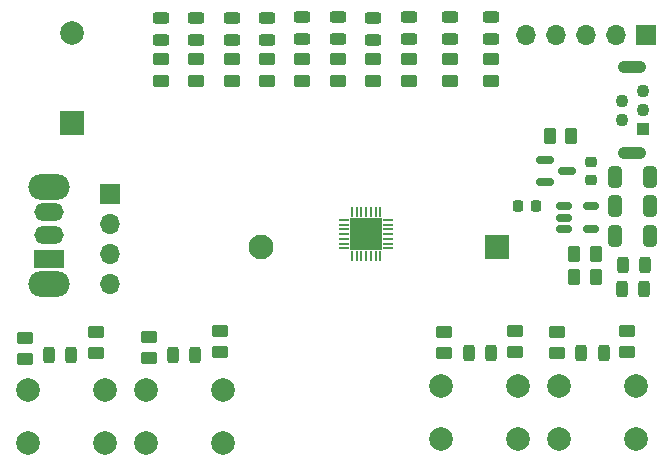
<source format=gbr>
%TF.GenerationSoftware,KiCad,Pcbnew,9.0.0*%
%TF.CreationDate,2025-03-28T15:43:29+07:00*%
%TF.ProjectId,PIC18F27Q43_OLED_Board,50494331-3846-4323-9751-34335f4f4c45,rev?*%
%TF.SameCoordinates,Original*%
%TF.FileFunction,Soldermask,Top*%
%TF.FilePolarity,Negative*%
%FSLAX46Y46*%
G04 Gerber Fmt 4.6, Leading zero omitted, Abs format (unit mm)*
G04 Created by KiCad (PCBNEW 9.0.0) date 2025-03-28 15:43:29*
%MOMM*%
%LPD*%
G01*
G04 APERTURE LIST*
G04 Aperture macros list*
%AMRoundRect*
0 Rectangle with rounded corners*
0 $1 Rounding radius*
0 $2 $3 $4 $5 $6 $7 $8 $9 X,Y pos of 4 corners*
0 Add a 4 corners polygon primitive as box body*
4,1,4,$2,$3,$4,$5,$6,$7,$8,$9,$2,$3,0*
0 Add four circle primitives for the rounded corners*
1,1,$1+$1,$2,$3*
1,1,$1+$1,$4,$5*
1,1,$1+$1,$6,$7*
1,1,$1+$1,$8,$9*
0 Add four rect primitives between the rounded corners*
20,1,$1+$1,$2,$3,$4,$5,0*
20,1,$1+$1,$4,$5,$6,$7,0*
20,1,$1+$1,$6,$7,$8,$9,0*
20,1,$1+$1,$8,$9,$2,$3,0*%
G04 Aperture macros list end*
%ADD10RoundRect,0.250000X0.450000X-0.262500X0.450000X0.262500X-0.450000X0.262500X-0.450000X-0.262500X0*%
%ADD11RoundRect,0.250000X0.262500X0.450000X-0.262500X0.450000X-0.262500X-0.450000X0.262500X-0.450000X0*%
%ADD12RoundRect,0.243750X-0.456250X0.243750X-0.456250X-0.243750X0.456250X-0.243750X0.456250X0.243750X0*%
%ADD13C,2.000000*%
%ADD14RoundRect,0.250000X-0.450000X0.262500X-0.450000X-0.262500X0.450000X-0.262500X0.450000X0.262500X0*%
%ADD15R,0.203200X0.812800*%
%ADD16R,0.812800X0.203200*%
%ADD17R,2.743200X2.743200*%
%ADD18RoundRect,0.250000X-0.262500X-0.450000X0.262500X-0.450000X0.262500X0.450000X-0.262500X0.450000X0*%
%ADD19R,1.100000X1.100000*%
%ADD20C,1.100000*%
%ADD21O,2.400000X1.100000*%
%ADD22O,3.500000X2.200000*%
%ADD23R,2.500000X1.500000*%
%ADD24O,2.500000X1.500000*%
%ADD25R,1.700000X1.700000*%
%ADD26O,1.700000X1.700000*%
%ADD27RoundRect,0.243750X-0.243750X-0.456250X0.243750X-0.456250X0.243750X0.456250X-0.243750X0.456250X0*%
%ADD28R,2.000000X2.000000*%
%ADD29RoundRect,0.250000X-0.325000X-0.650000X0.325000X-0.650000X0.325000X0.650000X-0.325000X0.650000X0*%
%ADD30RoundRect,0.243750X0.243750X0.456250X-0.243750X0.456250X-0.243750X-0.456250X0.243750X-0.456250X0*%
%ADD31RoundRect,0.218750X0.218750X0.256250X-0.218750X0.256250X-0.218750X-0.256250X0.218750X-0.256250X0*%
%ADD32RoundRect,0.150000X-0.587500X-0.150000X0.587500X-0.150000X0.587500X0.150000X-0.587500X0.150000X0*%
%ADD33RoundRect,0.218750X0.256250X-0.218750X0.256250X0.218750X-0.256250X0.218750X-0.256250X-0.218750X0*%
%ADD34RoundRect,0.150000X-0.512500X-0.150000X0.512500X-0.150000X0.512500X0.150000X-0.512500X0.150000X0*%
%ADD35R,2.100000X2.100000*%
%ADD36C,2.100000*%
G04 APERTURE END LIST*
D10*
%TO.C,R6*%
X130500000Y-88912500D03*
X130500000Y-87087500D03*
%TD*%
D11*
%TO.C,R21*%
X140762500Y-93550000D03*
X138937500Y-93550000D03*
%TD*%
D12*
%TO.C,D2*%
X130500000Y-83500000D03*
X130500000Y-85375000D03*
%TD*%
D13*
%TO.C,SW2*%
X104750000Y-115087500D03*
X111250000Y-115087500D03*
X104750000Y-119587500D03*
X111250000Y-119587500D03*
%TD*%
D10*
%TO.C,R9*%
X121000000Y-88912500D03*
X121000000Y-87087500D03*
%TD*%
%TO.C,R11*%
X115000000Y-88912500D03*
X115000000Y-87087500D03*
%TD*%
D14*
%TO.C,R19*%
X145500000Y-110087500D03*
X145500000Y-111912500D03*
%TD*%
%TO.C,R15*%
X100500000Y-110175000D03*
X100500000Y-112000000D03*
%TD*%
D12*
%TO.C,D8*%
X112000000Y-83562500D03*
X112000000Y-85437500D03*
%TD*%
D15*
%TO.C,U1*%
X124592300Y-100000000D03*
X124192301Y-100000000D03*
X123792299Y-100000000D03*
X123392300Y-100000000D03*
X122992301Y-100000000D03*
X122592299Y-100000000D03*
X122192300Y-100000000D03*
D16*
X121500000Y-100692300D03*
X121500000Y-101092299D03*
X121500000Y-101492301D03*
X121500000Y-101892300D03*
X121500000Y-102292299D03*
X121500000Y-102692301D03*
X121500000Y-103092300D03*
D15*
X122192300Y-103784600D03*
X122592299Y-103784600D03*
X122992301Y-103784600D03*
X123392300Y-103784600D03*
X123792299Y-103784600D03*
X124192301Y-103784600D03*
X124592300Y-103784600D03*
D16*
X125284600Y-103092300D03*
X125284600Y-102692301D03*
X125284600Y-102292299D03*
X125284600Y-101892300D03*
X125284600Y-101492301D03*
X125284600Y-101092299D03*
X125284600Y-100692300D03*
D17*
X123392300Y-101892300D03*
%TD*%
D18*
%TO.C,R20*%
X141025000Y-105550000D03*
X142850000Y-105550000D03*
%TD*%
D12*
%TO.C,D1*%
X134000000Y-83500000D03*
X134000000Y-85375000D03*
%TD*%
%TO.C,D5*%
X121000000Y-83500000D03*
X121000000Y-85375000D03*
%TD*%
D14*
%TO.C,R17*%
X136000000Y-110087500D03*
X136000000Y-111912500D03*
%TD*%
D10*
%TO.C,R4*%
X130000000Y-112000000D03*
X130000000Y-110175000D03*
%TD*%
%TO.C,R5*%
X139587500Y-112000000D03*
X139587500Y-110175000D03*
%TD*%
%TO.C,R10*%
X118000000Y-88912500D03*
X118000000Y-87087500D03*
%TD*%
%TO.C,R14*%
X106000000Y-88912500D03*
X106000000Y-87087500D03*
%TD*%
D13*
%TO.C,SW3*%
X129750000Y-114750000D03*
X136250000Y-114750000D03*
X129750000Y-119250000D03*
X136250000Y-119250000D03*
%TD*%
D19*
%TO.C,J4*%
X146812500Y-93000000D03*
D20*
X145062500Y-92200000D03*
X146812500Y-91400000D03*
X145062500Y-90600000D03*
X146812500Y-89800000D03*
D21*
X145937500Y-95050000D03*
X145937500Y-87750000D03*
%TD*%
D13*
%TO.C,SW4*%
X139750000Y-114750000D03*
X146250000Y-114750000D03*
X139750000Y-119250000D03*
X146250000Y-119250000D03*
%TD*%
D22*
%TO.C,SW5*%
X96500000Y-106100000D03*
X96500000Y-97900000D03*
D23*
X96500000Y-104000000D03*
D24*
X96500000Y-102000000D03*
X96500000Y-100000000D03*
%TD*%
D25*
%TO.C,J2*%
X101702500Y-98460000D03*
D26*
X101702500Y-101000000D03*
X101702500Y-103540000D03*
X101702500Y-106080000D03*
%TD*%
D27*
%TO.C,D11*%
X96562500Y-112087500D03*
X98437500Y-112087500D03*
%TD*%
D12*
%TO.C,D10*%
X106000000Y-83562500D03*
X106000000Y-85437500D03*
%TD*%
D25*
%TO.C,J1*%
X147120000Y-85000000D03*
D26*
X144580000Y-85000000D03*
X142040000Y-85000000D03*
X139500000Y-85000000D03*
X136960000Y-85000000D03*
%TD*%
D28*
%TO.C,LS1*%
X98500000Y-92500000D03*
D13*
X98500000Y-84900000D03*
%TD*%
D29*
%TO.C,C1*%
X144462500Y-97050000D03*
X147412500Y-97050000D03*
%TD*%
D10*
%TO.C,R2*%
X134000000Y-88912500D03*
X134000000Y-87087500D03*
%TD*%
D30*
%TO.C,D16*%
X146937500Y-106550000D03*
X145062500Y-106550000D03*
%TD*%
D12*
%TO.C,D3*%
X127000000Y-83500000D03*
X127000000Y-85375000D03*
%TD*%
D10*
%TO.C,R1*%
X94500000Y-112500000D03*
X94500000Y-110675000D03*
%TD*%
D12*
%TO.C,D9*%
X109000000Y-83562500D03*
X109000000Y-85437500D03*
%TD*%
D10*
%TO.C,R12*%
X112000000Y-88912500D03*
X112000000Y-87087500D03*
%TD*%
D18*
%TO.C,R18*%
X141025000Y-103550000D03*
X142850000Y-103550000D03*
%TD*%
D12*
%TO.C,D6*%
X118000000Y-83500000D03*
X118000000Y-85375000D03*
%TD*%
D27*
%TO.C,D15*%
X141625000Y-112000000D03*
X143500000Y-112000000D03*
%TD*%
D13*
%TO.C,SW1*%
X94750000Y-115087500D03*
X101250000Y-115087500D03*
X94750000Y-119587500D03*
X101250000Y-119587500D03*
%TD*%
D31*
%TO.C,D18*%
X137787500Y-99500000D03*
X136212500Y-99500000D03*
%TD*%
D27*
%TO.C,D12*%
X107062500Y-112087500D03*
X108937500Y-112087500D03*
%TD*%
D30*
%TO.C,D14*%
X147000000Y-104500000D03*
X145125000Y-104500000D03*
%TD*%
D12*
%TO.C,D4*%
X124000000Y-83562500D03*
X124000000Y-85437500D03*
%TD*%
D10*
%TO.C,R3*%
X105000000Y-112412500D03*
X105000000Y-110587500D03*
%TD*%
D32*
%TO.C,Q1*%
X138500000Y-95600000D03*
X138500000Y-97500000D03*
X140375000Y-96550000D03*
%TD*%
D29*
%TO.C,C3*%
X144437500Y-102050000D03*
X147387500Y-102050000D03*
%TD*%
D33*
%TO.C,D17*%
X142437500Y-97337500D03*
X142437500Y-95762500D03*
%TD*%
D10*
%TO.C,R7*%
X127000000Y-88912500D03*
X127000000Y-87087500D03*
%TD*%
D14*
%TO.C,R16*%
X111000000Y-110087500D03*
X111000000Y-111912500D03*
%TD*%
D27*
%TO.C,D13*%
X132125000Y-112000000D03*
X134000000Y-112000000D03*
%TD*%
D10*
%TO.C,R13*%
X109000000Y-88912500D03*
X109000000Y-87087500D03*
%TD*%
D34*
%TO.C,U2*%
X140162500Y-99550000D03*
X140162500Y-100500000D03*
X140162500Y-101450000D03*
X142437500Y-101450000D03*
X142437500Y-99550000D03*
%TD*%
D12*
%TO.C,D7*%
X115000000Y-83562500D03*
X115000000Y-85437500D03*
%TD*%
D10*
%TO.C,R8*%
X124000000Y-88912500D03*
X124000000Y-87087500D03*
%TD*%
D29*
%TO.C,C2*%
X144462500Y-99550000D03*
X147412500Y-99550000D03*
%TD*%
D35*
%TO.C,BT1*%
X134500000Y-103000000D03*
D36*
X114500000Y-103000000D03*
%TD*%
M02*

</source>
